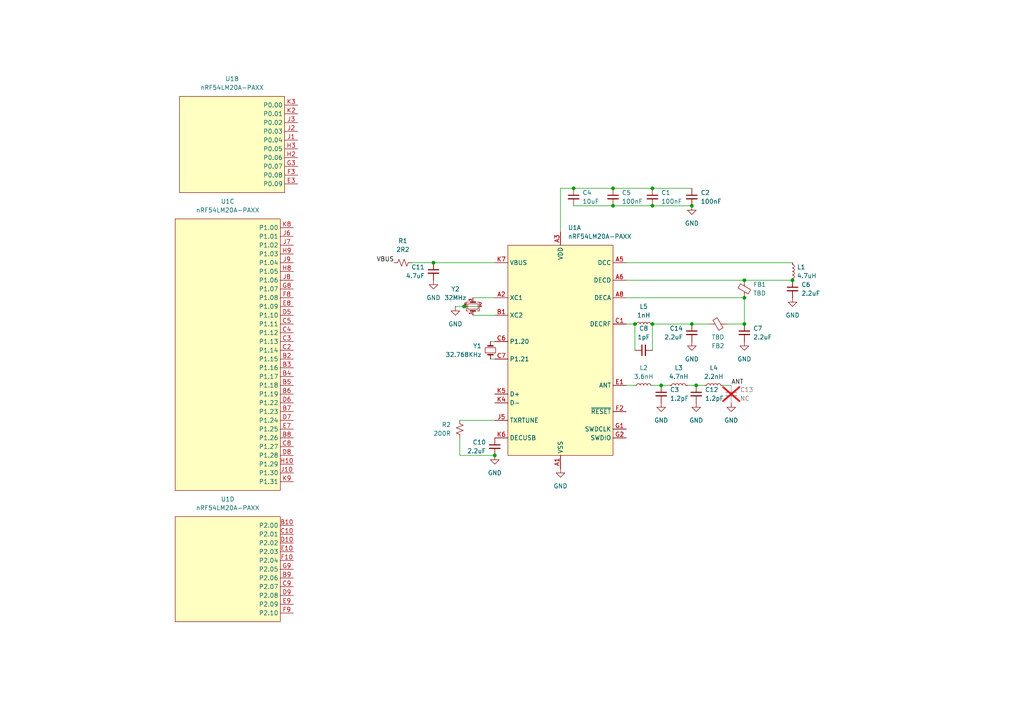
<source format=kicad_sch>
(kicad_sch (version 20250114) (generator "eeschema") (generator_version "9.0")
  (paper "A4")
  (lib_symbols
    (symbol "Device:C_Small" (pin_numbers (hide yes)) (pin_names (offset 0.254) (hide yes))
      (property "Reference" "C" (at 0.254 1.778 0))
      (property "Value" "C_Small" (at 0.254 -2.032 0))
      (symbol "C_Small_0_1"
        (polyline (pts (xy -1.524 0.508) (xy 1.524 0.508)) (stroke (width 0.3048)))
        (polyline (pts (xy -1.524 -0.508) (xy 1.524 -0.508)) (stroke (width 0.3302)))
      )
      (symbol "C_Small_1_1"
        (pin passive line (at 0 2.54 270) (length 2.032) (name "~") (number "1"))
        (pin passive line (at 0 -2.54 90) (length 2.032) (name "~") (number "2"))
      )
    )
    (symbol "Device:Crystal_GND24_Small" (pin_names (offset 1.016) (hide yes))
      (property "Reference" "Y" (at 1.27 4.445 0))
      (property "Value" "Crystal_GND24_Small" (at 1.27 2.54 0))
      (symbol "Crystal_GND24_Small_0_1"
        (polyline (pts (xy -1.27 1.27) (xy -1.27 1.905) (xy 1.27 1.905) (xy 1.27 1.27)))
        (polyline (pts (xy -1.27 -0.762) (xy -1.27 0.762)) (stroke (width 0.381)))
        (polyline (pts (xy -1.27 -1.27) (xy -1.27 -1.905) (xy 1.27 -1.905) (xy 1.27 -1.27)))
        (rectangle (start -0.762 -1.524) (end 0.762 1.524))
        (polyline (pts (xy 1.27 -0.762) (xy 1.27 0.762)) (stroke (width 0.381)))
      )
      (symbol "Crystal_GND24_Small_1_1"
        (pin passive line (at -2.54 0 0) (length 1.27) (name "1") (number "1"))
        (pin passive line (at 0 2.54 270) (length 0.635) (name "4") (number "4"))
        (pin passive line (at 0 -2.54 90) (length 0.635) (name "2") (number "2"))
        (pin passive line (at 2.54 0 180) (length 1.27) (name "3") (number "3"))
      )
    )
    (symbol "Device:Crystal_Small" (pin_numbers (hide yes)) (pin_names (offset 1.016) (hide yes))
      (property "Reference" "Y" (at 0 2.54 0))
      (property "Value" "Crystal_Small" (at 0 -2.54 0))
      (symbol "Crystal_Small_0_1"
        (polyline (pts (xy -1.27 -0.762) (xy -1.27 0.762)) (stroke (width 0.381)))
        (rectangle (start -0.762 -1.524) (end 0.762 1.524))
        (polyline (pts (xy 1.27 -0.762) (xy 1.27 0.762)) (stroke (width 0.381)))
      )
      (symbol "Crystal_Small_1_1"
        (pin passive line (at -2.54 0 0) (length 1.27) (name "1") (number "1"))
        (pin passive line (at 2.54 0 180) (length 1.27) (name "2") (number "2"))
      )
    )
    (symbol "Device:FerriteBead_Small" (pin_numbers (hide yes)) (pin_names (offset 0))
      (property "Reference" "FB" (at 1.905 1.27 0))
      (property "Value" "FerriteBead_Small" (at 1.905 -1.27 0))
      (symbol "FerriteBead_Small_0_1"
        (polyline (pts (xy -1.8288 0.2794) (xy -1.1176 1.4986) (xy 1.8288 -0.2032) (xy 1.1176 -1.4224) (xy -1.8288 0.2794)))
        (polyline (pts (xy 0 0.889) (xy 0 1.2954)))
        (polyline (pts (xy 0 -1.27) (xy 0 -0.7874)))
      )
      (symbol "FerriteBead_Small_1_1"
        (pin passive line (at 0 2.54 270) (length 1.27) (name "~") (number "1"))
        (pin passive line (at 0 -2.54 90) (length 1.27) (name "~") (number "2"))
      )
    )
    (symbol "Device:L_Small" (pin_numbers (hide yes)) (pin_names (offset 0.254) (hide yes))
      (property "Reference" "L" (at 0.762 1.016 0))
      (property "Value" "L_Small" (at 0.762 -1.016 0))
      (symbol "L_Small_0_1"
        (arc (start 0 2.032) (mid 0.5058 1.524) (end 0 1.016))
        (arc (start 0 1.016) (mid 0.5058 0.508) (end 0 0))
        (arc (start 0 0) (mid 0.5058 -0.508) (end 0 -1.016))
        (arc (start 0 -1.016) (mid 0.5058 -1.524) (end 0 -2.032))
      )
      (symbol "L_Small_1_1"
        (pin passive line (at 0 2.54 270) (length 0.508) (name "~") (number "1"))
        (pin passive line (at 0 -2.54 90) (length 0.508) (name "~") (number "2"))
      )
    )
    (symbol "Device:R_Small_US" (pin_numbers (hide yes)) (pin_names (offset 0.254) (hide yes))
      (property "Reference" "R" (at 0.762 0.508 0))
      (property "Value" "R_Small_US" (at 0.762 -1.016 0))
      (symbol "R_Small_US_1_1"
        (polyline (pts (xy 0 1.524) (xy 1.016 1.143) (xy 0 0.762) (xy -1.016 0.381) (xy 0 0)))
        (polyline (pts (xy 0 0) (xy 1.016 -0.381) (xy 0 -0.762) (xy -1.016 -1.143) (xy 0 -1.524)))
        (pin passive line (at 0 2.54 270) (length 1.016) (name "~") (number "1"))
        (pin passive line (at 0 -2.54 90) (length 1.016) (name "~") (number "2"))
      )
    )
    (symbol "nRF54LM20A-PAXX_1"
      (property "Reference" "U" (at 0 1.27 0))
      (property "Value" "nRF54LM20A-PAXX" (at 0 -1.27 0))
      (symbol "nRF54LM20A-PAXX_1_1_0"
        (pin power_in line (at -19.05 25.4 0) (length 3.81) (name "VBUS") (number "K7"))
        (pin input line (at -19.05 15.24 0) (length 3.81) (name "XC1") (number "A2"))
        (pin output line (at -19.05 10.16 0) (length 3.81) (name "XC2") (number "B1"))
        (pin bidirectional line (at -19.05 2.54 0) (length 3.81) (name "P1.20") (number "C6"))
        (pin bidirectional line (at -19.05 -2.54 0) (length 3.81) (name "P1.21") (number "C7"))
        (pin bidirectional line (at -19.05 -12.7 0) (length 3.81) (name "D+") (number "K5"))
        (pin bidirectional line (at -19.05 -15.24 0) (length 3.81) (name "D-") (number "K4"))
        (pin bidirectional line (at -19.05 -20.32 0) (length 3.81) (name "TXRTUNE") (number "J5"))
        (pin passive line (at -19.05 -25.4 0) (length 3.81) (name "DECUSB") (number "K6"))
        (pin power_in line (at 0 34.29 270) (length 3.81) (name "VDD") (number "A3"))
        (pin passive line (at 0 34.29 270) (length 3.81) (hide yes) (name "VDD") (number "A4"))
        (pin passive line (at 0 34.29 270) (length 3.81) (hide yes) (name "VDD") (number "A9"))
        (pin passive line (at 0 34.29 270) (length 3.81) (hide yes) (name "VDD") (number "G10"))
        (pin passive line (at 0 34.29 270) (length 3.81) (hide yes) (name "VDD") (number "H1"))
        (pin power_in line (at 0 -34.29 90) (length 3.81) (name "VSS") (number "A1"))
        (pin passive line (at 0 -34.29 90) (length 3.81) (hide yes) (name "VSS") (number "A10"))
        (pin passive line (at 0 -34.29 90) (length 3.81) (hide yes) (name "VSS") (number "A7"))
        (pin passive line (at 0 -34.29 90) (length 3.81) (hide yes) (name "VSS") (number "D1"))
        (pin passive line (at 0 -34.29 90) (length 3.81) (hide yes) (name "VSS") (number "D2"))
        (pin passive line (at 0 -34.29 90) (length 3.81) (hide yes) (name "VSS") (number "E5"))
        (pin passive line (at 0 -34.29 90) (length 3.81) (hide yes) (name "VSS") (number "E6"))
        (pin passive line (at 0 -34.29 90) (length 3.81) (hide yes) (name "VSS") (number "F1"))
        (pin passive line (at 0 -34.29 90) (length 3.81) (hide yes) (name "VSS") (number "F5"))
        (pin passive line (at 0 -34.29 90) (length 3.81) (hide yes) (name "VSS") (number "F6"))
        (pin passive line (at 0 -34.29 90) (length 3.81) (hide yes) (name "VSS") (number "K1"))
        (pin passive line (at 0 -34.29 90) (length 3.81) (hide yes) (name "VSS") (number "K10"))
        (pin passive line (at 19.05 25.4 180) (length 3.81) (name "DCC") (number "A5"))
        (pin passive line (at 19.05 20.32 180) (length 3.81) (name "DECD") (number "A6"))
        (pin passive line (at 19.05 15.24 180) (length 3.81) (name "DECA") (number "A8"))
        (pin passive line (at 19.05 7.62 180) (length 3.81) (name "DECRF") (number "C1"))
        (pin passive line (at 19.05 -10.16 180) (length 3.81) (name "ANT") (number "E1"))
        (pin input line (at 19.05 -17.78 180) (length 3.81) (name "~{RESET}") (number "F2"))
        (pin input line (at 19.05 -22.86 180) (length 3.81) (name "SWDCLK") (number "G1"))
        (pin bidirectional line (at 19.05 -25.4 180) (length 3.81) (name "SWDIO") (number "G2"))
      )
      (symbol "nRF54LM20A-PAXX_1_1_1"
        (rectangle (start -15.24 30.48) (end 15.24 -30.48) (fill (type background)))
      )
      (symbol "nRF54LM20A-PAXX_1_2_0"
        (pin bidirectional line (at 19.05 11.43 180) (length 3.81) (name "P0.00") (number "K3"))
        (pin bidirectional line (at 19.05 8.89 180) (length 3.81) (name "P0.01") (number "K2"))
        (pin bidirectional line (at 19.05 6.35 180) (length 3.81) (name "P0.02") (number "J3"))
        (pin bidirectional line (at 19.05 3.81 180) (length 3.81) (name "P0.03") (number "J2"))
        (pin bidirectional line (at 19.05 1.27 180) (length 3.81) (name "P0.04") (number "J1"))
        (pin bidirectional line (at 19.05 -1.27 180) (length 3.81) (name "P0.05") (number "H3"))
        (pin bidirectional line (at 19.05 -3.81 180) (length 3.81) (name "P0.06") (number "H2"))
        (pin bidirectional line (at 19.05 -6.35 180) (length 3.81) (name "P0.07") (number "G3"))
        (pin bidirectional line (at 19.05 -8.89 180) (length 3.81) (name "P0.08") (number "F3"))
        (pin bidirectional line (at 19.05 -11.43 180) (length 3.81) (name "P0.09") (number "E3"))
      )
      (symbol "nRF54LM20A-PAXX_1_2_1"
        (rectangle (start -15.24 13.97) (end 15.24 -13.97) (fill (type background)))
      )
      (symbol "nRF54LM20A-PAXX_1_3_0"
        (pin bidirectional line (at 19.05 36.83 180) (length 3.81) (name "P1.00") (number "K8"))
        (pin bidirectional line (at 19.05 34.29 180) (length 3.81) (name "P1.01") (number "J6"))
        (pin bidirectional line (at 19.05 31.75 180) (length 3.81) (name "P1.02") (number "J7"))
        (pin bidirectional line (at 19.05 29.21 180) (length 3.81) (name "P1.03") (number "H9"))
        (pin bidirectional line (at 19.05 26.67 180) (length 3.81) (name "P1.04") (number "J9"))
        (pin bidirectional line (at 19.05 24.13 180) (length 3.81) (name "P1.05") (number "H8"))
        (pin bidirectional line (at 19.05 21.59 180) (length 3.81) (name "P1.06") (number "J8"))
        (pin bidirectional line (at 19.05 19.05 180) (length 3.81) (name "P1.07") (number "G8"))
        (pin bidirectional line (at 19.05 16.51 180) (length 3.81) (name "P1.08") (number "F8"))
        (pin bidirectional line (at 19.05 13.97 180) (length 3.81) (name "P1.09") (number "E8"))
        (pin bidirectional line (at 19.05 11.43 180) (length 3.81) (name "P1.10") (number "D5"))
        (pin bidirectional line (at 19.05 8.89 180) (length 3.81) (name "P1.11") (number "C5"))
        (pin bidirectional line (at 19.05 6.35 180) (length 3.81) (name "P1.12") (number "C4"))
        (pin bidirectional line (at 19.05 3.81 180) (length 3.81) (name "P1.13") (number "C3"))
        (pin bidirectional line (at 19.05 1.27 180) (length 3.81) (name "P1.14") (number "C2"))
        (pin bidirectional line (at 19.05 -1.27 180) (length 3.81) (name "P1.15") (number "B2"))
        (pin bidirectional line (at 19.05 -3.81 180) (length 3.81) (name "P1.16") (number "B3"))
        (pin bidirectional line (at 19.05 -6.35 180) (length 3.81) (name "P1.17") (number "B4"))
        (pin bidirectional line (at 19.05 -8.89 180) (length 3.81) (name "P1.18") (number "B5"))
        (pin bidirectional line (at 19.05 -11.43 180) (length 3.81) (name "P1.19") (number "B6"))
        (pin bidirectional line (at 19.05 -13.97 180) (length 3.81) (name "P1.22") (number "D6"))
        (pin bidirectional line (at 19.05 -16.51 180) (length 3.81) (name "P1.23") (number "B7"))
        (pin bidirectional line (at 19.05 -19.05 180) (length 3.81) (name "P1.24") (number "D7"))
        (pin bidirectional line (at 19.05 -21.59 180) (length 3.81) (name "P1.25") (number "E7"))
        (pin bidirectional line (at 19.05 -24.13 180) (length 3.81) (name "P1.26") (number "B8"))
        (pin bidirectional line (at 19.05 -26.67 180) (length 3.81) (name "P1.27") (number "C8"))
        (pin bidirectional line (at 19.05 -29.21 180) (length 3.81) (name "P1.28") (number "D8"))
        (pin bidirectional line (at 19.05 -31.75 180) (length 3.81) (name "P1.29") (number "H10"))
        (pin bidirectional line (at 19.05 -34.29 180) (length 3.81) (name "P1.30") (number "J10"))
        (pin bidirectional line (at 19.05 -36.83 180) (length 3.81) (name "P1.31") (number "K9"))
      )
      (symbol "nRF54LM20A-PAXX_1_3_1"
        (rectangle (start -15.24 39.37) (end 15.24 -39.37) (fill (type background)))
      )
      (symbol "nRF54LM20A-PAXX_1_4_0"
        (pin bidirectional line (at 19.05 12.7 180) (length 3.81) (name "P2.00") (number "B10"))
        (pin bidirectional line (at 19.05 10.16 180) (length 3.81) (name "P2.01") (number "C10"))
        (pin bidirectional line (at 19.05 7.62 180) (length 3.81) (name "P2.02") (number "D10"))
        (pin bidirectional line (at 19.05 5.08 180) (length 3.81) (name "P2.03") (number "E10"))
        (pin bidirectional line (at 19.05 2.54 180) (length 3.81) (name "P2.04") (number "F10"))
        (pin bidirectional line (at 19.05 0 180) (length 3.81) (name "P2.05") (number "G9"))
        (pin bidirectional line (at 19.05 -2.54 180) (length 3.81) (name "P2.06") (number "B9"))
        (pin bidirectional line (at 19.05 -5.08 180) (length 3.81) (name "P2.07") (number "C9"))
        (pin bidirectional line (at 19.05 -7.62 180) (length 3.81) (name "P2.08") (number "D9"))
        (pin bidirectional line (at 19.05 -10.16 180) (length 3.81) (name "P2.09") (number "E9"))
        (pin bidirectional line (at 19.05 -12.7 180) (length 3.81) (name "P2.10") (number "F9"))
      )
      (symbol "nRF54LM20A-PAXX_1_4_1"
        (rectangle (start -15.24 15.24) (end 15.24 -15.24) (fill (type background)))
      )
      (symbol "nRF54LM20A-PAXX_1_5_0"
        (pin bidirectional line (at 19.05 15.24 180) (length 3.81) (name "P3.00") (number "H7"))
        (pin bidirectional line (at 19.05 12.7 180) (length 3.81) (name "P3.01") (number "H6"))
        (pin bidirectional line (at 19.05 10.16 180) (length 3.81) (name "P3.02") (number "H5"))
        (pin bidirectional line (at 19.05 7.62 180) (length 3.81) (name "P3.03") (number "H4"))
        (pin bidirectional line (at 19.05 5.08 180) (length 3.81) (name "P3.04") (number "J4"))
        (pin bidirectional line (at 19.05 2.54 180) (length 3.81) (name "P3.05") (number "G7"))
        (pin bidirectional line (at 19.05 0 180) (length 3.81) (name "P3.06") (number "G6"))
        (pin bidirectional line (at 19.05 -2.54 180) (length 3.81) (name "P3.07") (number "G5"))
        (pin bidirectional line (at 19.05 -5.08 180) (length 3.81) (name "P3.08") (number "G4"))
        (pin bidirectional line (at 19.05 -7.62 180) (length 3.81) (name "P3.09") (number "F7"))
        (pin bidirectional line (at 19.05 -10.16 180) (length 3.81) (name "P3.10") (number "F4"))
        (pin bidirectional line (at 19.05 -12.7 180) (length 3.81) (name "P3.11") (number "E4"))
        (pin bidirectional line (at 19.05 -15.24 180) (length 3.81) (name "P3.12") (number "D4"))
      )
      (symbol "nRF54LM20A-PAXX_1_5_1"
        (rectangle (start -15.24 17.78) (end 15.24 -17.78) (fill (type background)))
      )
    )
    (symbol "nordic-lib-kicad-nrf54l:nRF54LM20A-PAXX"
      (property "Reference" "U" (at 0 1.27 0))
      (property "Value" "nRF54LM20A-PAXX" (at 0 -1.27 0))
      (symbol "nRF54LM20A-PAXX_1_0"
        (pin power_in line (at -19.05 25.4 0) (length 3.81) (name "VBUS") (number "K7"))
        (pin input line (at -19.05 15.24 0) (length 3.81) (name "XC1") (number "A2"))
        (pin output line (at -19.05 10.16 0) (length 3.81) (name "XC2") (number "B1"))
        (pin bidirectional line (at -19.05 2.54 0) (length 3.81) (name "P1.20") (number "C6"))
        (pin bidirectional line (at -19.05 -2.54 0) (length 3.81) (name "P1.21") (number "C7"))
        (pin bidirectional line (at -19.05 -12.7 0) (length 3.81) (name "D+") (number "K5"))
        (pin bidirectional line (at -19.05 -15.24 0) (length 3.81) (name "D-") (number "K4"))
        (pin bidirectional line (at -19.05 -20.32 0) (length 3.81) (name "TXRTUNE") (number "J5"))
        (pin passive line (at -19.05 -25.4 0) (length 3.81) (name "DECUSB") (number "K6"))
        (pin power_in line (at 0 34.29 270) (length 3.81) (name "VDD") (number "A3"))
        (pin passive line (at 0 34.29 270) (length 3.81) (hide yes) (name "VDD") (number "A4"))
        (pin passive line (at 0 34.29 270) (length 3.81) (hide yes) (name "VDD") (number "A9"))
        (pin passive line (at 0 34.29 270) (length 3.81) (hide yes) (name "VDD") (number "G10"))
        (pin passive line (at 0 34.29 270) (length 3.81) (hide yes) (name "VDD") (number "H1"))
        (pin power_in line (at 0 -34.29 90) (length 3.81) (name "VSS") (number "A1"))
        (pin passive line (at 0 -34.29 90) (length 3.81) (hide yes) (name "VSS") (number "A10"))
        (pin passive line (at 0 -34.29 90) (length 3.81) (hide yes) (name "VSS") (number "A7"))
        (pin passive line (at 0 -34.29 90) (length 3.81) (hide yes) (name "VSS") (number "D1"))
        (pin passive line (at 0 -34.29 90) (length 3.81) (hide yes) (name "VSS") (number "D2"))
        (pin passive line (at 0 -34.29 90) (length 3.81) (hide yes) (name "VSS") (number "E5"))
        (pin passive line (at 0 -34.29 90) (length 3.81) (hide yes) (name "VSS") (number "E6"))
        (pin passive line (at 0 -34.29 90) (length 3.81) (hide yes) (name "VSS") (number "F1"))
        (pin passive line (at 0 -34.29 90) (length 3.81) (hide yes) (name "VSS") (number "F5"))
        (pin passive line (at 0 -34.29 90) (length 3.81) (hide yes) (name "VSS") (number "F6"))
        (pin passive line (at 0 -34.29 90) (length 3.81) (hide yes) (name "VSS") (number "K1"))
        (pin passive line (at 0 -34.29 90) (length 3.81) (hide yes) (name "VSS") (number "K10"))
        (pin passive line (at 19.05 25.4 180) (length 3.81) (name "DCC") (number "A5"))
        (pin passive line (at 19.05 20.32 180) (length 3.81) (name "DECD") (number "A6"))
        (pin passive line (at 19.05 15.24 180) (length 3.81) (name "DECA") (number "A8"))
        (pin passive line (at 19.05 12.7 180) (length 3.81) (name "DECRF") (number "C1"))
        (pin passive line (at 19.05 0 180) (length 3.81) (name "ANT") (number "E1"))
        (pin input line (at 19.05 -17.78 180) (length 3.81) (name "~{RESET}") (number "F2"))
        (pin input line (at 19.05 -22.86 180) (length 3.81) (name "SWDCLK") (number "G1"))
        (pin bidirectional line (at 19.05 -25.4 180) (length 3.81) (name "SWDIO") (number "G2"))
      )
      (symbol "nRF54LM20A-PAXX_1_1"
        (rectangle (start -15.24 30.48) (end 15.24 -30.48) (fill (type background)))
      )
      (symbol "nRF54LM20A-PAXX_2_0"
        (pin bidirectional line (at 19.05 11.43 180) (length 3.81) (name "P0.00") (number "K3"))
        (pin bidirectional line (at 19.05 8.89 180) (length 3.81) (name "P0.01") (number "K2"))
        (pin bidirectional line (at 19.05 6.35 180) (length 3.81) (name "P0.02") (number "J3"))
        (pin bidirectional line (at 19.05 3.81 180) (length 3.81) (name "P0.03") (number "J2"))
        (pin bidirectional line (at 19.05 1.27 180) (length 3.81) (name "P0.04") (number "J1"))
        (pin bidirectional line (at 19.05 -1.27 180) (length 3.81) (name "P0.05") (number "H3"))
        (pin bidirectional line (at 19.05 -3.81 180) (length 3.81) (name "P0.06") (number "H2"))
        (pin bidirectional line (at 19.05 -6.35 180) (length 3.81) (name "P0.07") (number "G3"))
        (pin bidirectional line (at 19.05 -8.89 180) (length 3.81) (name "P0.08") (number "F3"))
        (pin bidirectional line (at 19.05 -11.43 180) (length 3.81) (name "P0.09") (number "E3"))
      )
      (symbol "nRF54LM20A-PAXX_2_1"
        (rectangle (start -15.24 13.97) (end 15.24 -13.97) (fill (type background)))
      )
      (symbol "nRF54LM20A-PAXX_3_0"
        (pin bidirectional line (at 19.05 36.83 180) (length 3.81) (name "P1.00") (number "K8"))
        (pin bidirectional line (at 19.05 34.29 180) (length 3.81) (name "P1.01") (number "J6"))
        (pin bidirectional line (at 19.05 31.75 180) (length 3.81) (name "P1.02") (number "J7"))
        (pin bidirectional line (at 19.05 29.21 180) (length 3.81) (name "P1.03") (number "H9"))
        (pin bidirectional line (at 19.05 26.67 180) (length 3.81) (name "P1.04") (number "J9"))
        (pin bidirectional line (at 19.05 24.13 180) (length 3.81) (name "P1.05") (number "H8"))
        (pin bidirectional line (at 19.05 21.59 180) (length 3.81) (name "P1.06") (number "J8"))
        (pin bidirectional line (at 19.05 19.05 180) (length 3.81) (name "P1.07") (number "G8"))
        (pin bidirectional line (at 19.05 16.51 180) (length 3.81) (name "P1.08") (number "F8"))
        (pin bidirectional line (at 19.05 13.97 180) (length 3.81) (name "P1.09") (number "E8"))
        (pin bidirectional line (at 19.05 11.43 180) (length 3.81) (name "P1.10") (number "D5"))
        (pin bidirectional line (at 19.05 8.89 180) (length 3.81) (name "P1.11") (number "C5"))
        (pin bidirectional line (at 19.05 6.35 180) (length 3.81) (name "P1.12") (number "C4"))
        (pin bidirectional line (at 19.05 3.81 180) (length 3.81) (name "P1.13") (number "C3"))
        (pin bidirectional line (at 19.05 1.27 180) (length 3.81) (name "P1.14") (number "C2"))
        (pin bidirectional line (at 19.05 -1.27 180) (length 3.81) (name "P1.15") (number "B2"))
        (pin bidirectional line (at 19.05 -3.81 180) (length 3.81) (name "P1.16") (number "B3"))
        (pin bidirectional line (at 19.05 -6.35 180) (length 3.81) (name "P1.17") (number "B4"))
        (pin bidirectional line (at 19.05 -8.89 180) (length 3.81) (name "P1.18") (number "B5"))
        (pin bidirectional line (at 19.05 -11.43 180) (length 3.81) (name "P1.19") (number "B6"))
        (pin bidirectional line (at 19.05 -13.97 180) (length 3.81) (name "P1.22") (number "D6"))
        (pin bidirectional line (at 19.05 -16.51 180) (length 3.81) (name "P1.23") (number "B7"))
        (pin bidirectional line (at 19.05 -19.05 180) (length 3.81) (name "P1.24") (number "D7"))
        (pin bidirectional line (at 19.05 -21.59 180) (length 3.81) (name "P1.25") (number "E7"))
        (pin bidirectional line (at 19.05 -24.13 180) (length 3.81) (name "P1.26") (number "B8"))
        (pin bidirectional line (at 19.05 -26.67 180) (length 3.81) (name "P1.27") (number "C8"))
        (pin bidirectional line (at 19.05 -29.21 180) (length 3.81) (name "P1.28") (number "D8"))
        (pin bidirectional line (at 19.05 -31.75 180) (length 3.81) (name "P1.29") (number "H10"))
        (pin bidirectional line (at 19.05 -34.29 180) (length 3.81) (name "P1.30") (number "J10"))
        (pin bidirectional line (at 19.05 -36.83 180) (length 3.81) (name "P1.31") (number "K9"))
      )
      (symbol "nRF54LM20A-PAXX_3_1"
        (rectangle (start -15.24 39.37) (end 15.24 -39.37) (fill (type background)))
      )
      (symbol "nRF54LM20A-PAXX_4_0"
        (pin bidirectional line (at 19.05 12.7 180) (length 3.81) (name "P2.00") (number "B10"))
        (pin bidirectional line (at 19.05 10.16 180) (length 3.81) (name "P2.01") (number "C10"))
        (pin bidirectional line (at 19.05 7.62 180) (length 3.81) (name "P2.02") (number "D10"))
        (pin bidirectional line (at 19.05 5.08 180) (length 3.81) (name "P2.03") (number "E10"))
        (pin bidirectional line (at 19.05 2.54 180) (length 3.81) (name "P2.04") (number "F10"))
        (pin bidirectional line (at 19.05 0 180) (length 3.81) (name "P2.05") (number "G9"))
        (pin bidirectional line (at 19.05 -2.54 180) (length 3.81) (name "P2.06") (number "B9"))
        (pin bidirectional line (at 19.05 -5.08 180) (length 3.81) (name "P2.07") (number "C9"))
        (pin bidirectional line (at 19.05 -7.62 180) (length 3.81) (name "P2.08") (number "D9"))
        (pin bidirectional line (at 19.05 -10.16 180) (length 3.81) (name "P2.09") (number "E9"))
        (pin bidirectional line (at 19.05 -12.7 180) (length 3.81) (name "P2.10") (number "F9"))
      )
      (symbol "nRF54LM20A-PAXX_4_1"
        (rectangle (start -15.24 15.24) (end 15.24 -15.24) (fill (type background)))
      )
      (symbol "nRF54LM20A-PAXX_5_0"
        (pin bidirectional line (at 19.05 15.24 180) (length 3.81) (name "P3.00") (number "H7"))
        (pin bidirectional line (at 19.05 12.7 180) (length 3.81) (name "P3.01") (number "H6"))
        (pin bidirectional line (at 19.05 10.16 180) (length 3.81) (name "P3.02") (number "H5"))
        (pin bidirectional line (at 19.05 7.62 180) (length 3.81) (name "P3.03") (number "H4"))
        (pin bidirectional line (at 19.05 5.08 180) (length 3.81) (name "P3.04") (number "J4"))
        (pin bidirectional line (at 19.05 2.54 180) (length 3.81) (name "P3.05") (number "G7"))
        (pin bidirectional line (at 19.05 0 180) (length 3.81) (name "P3.06") (number "G6"))
        (pin bidirectional line (at 19.05 -2.54 180) (length 3.81) (name "P3.07") (number "G5"))
        (pin bidirectional line (at 19.05 -5.08 180) (length 3.81) (name "P3.08") (number "G4"))
        (pin bidirectional line (at 19.05 -7.62 180) (length 3.81) (name "P3.09") (number "F7"))
        (pin bidirectional line (at 19.05 -10.16 180) (length 3.81) (name "P3.10") (number "F4"))
        (pin bidirectional line (at 19.05 -12.7 180) (length 3.81) (name "P3.11") (number "E4"))
        (pin bidirectional line (at 19.05 -15.24 180) (length 3.81) (name "P3.12") (number "D4"))
      )
      (symbol "nRF54LM20A-PAXX_5_1"
        (rectangle (start -15.24 17.78) (end 15.24 -17.78) (fill (type background)))
      )
    )
    (symbol "power:GND" (power) (pin_numbers (hide yes)) (pin_names (offset 0) (hide yes))
      (property "Value" "GND" (at 0 -3.81 0))
      (symbol "GND_0_1"
        (polyline (pts (xy 0 0) (xy 0 -1.27) (xy 1.27 -1.27) (xy 0 -2.54) (xy -1.27 -1.27) (xy 0 -1.27)))
      )
      (symbol "GND_1_1"
        (pin power_in line (at 0 0 270) (length 0) (name "~") (number "1"))
      )
    )
  )
  (junction (at 189.23 54.61))
  (junction (at 143.51 132.08))
  (junction (at 177.8 54.61))
  (junction (at 200.66 59.69))
  (junction (at 215.9 81.28))
  (junction (at 201.93 111.76))
  (junction (at 200.66 93.98))
  (junction (at 166.37 54.61))
  (junction (at 215.9 93.98))
  (junction (at 215.9 86.36))
  (junction (at 134.62 88.9))
  (junction (at 177.8 59.69))
  (junction (at 189.23 93.98))
  (junction (at 189.23 59.69))
  (junction (at 125.73 76.2))
  (junction (at 229.87 81.28))
  (junction (at 191.77 111.76))
  (junction (at 184.15 93.98))
  (wire (pts (xy 142.24 99.06) (xy 143.51 99.06)))
  (wire (pts (xy 191.77 111.76) (xy 189.23 111.76)))
  (wire (pts (xy 125.73 76.2) (xy 143.51 76.2)))
  (wire (pts (xy 134.62 88.9) (xy 139.7 88.9)))
  (wire (pts (xy 181.61 86.36) (xy 215.9 86.36)))
  (wire (pts (xy 137.16 91.44) (xy 143.51 91.44)))
  (wire (pts (xy 189.23 93.98) (xy 200.66 93.98)))
  (wire (pts (xy 133.35 132.08) (xy 143.51 132.08)))
  (wire (pts (xy 215.9 81.28) (xy 229.87 81.28)))
  (wire (pts (xy 162.56 54.61) (xy 166.37 54.61)))
  (wire (pts (xy 194.31 111.76) (xy 191.77 111.76)))
  (wire (pts (xy 215.9 86.36) (xy 215.9 93.98)))
  (wire (pts (xy 177.8 54.61) (xy 189.23 54.61)))
  (wire (pts (xy 204.47 111.76) (xy 201.93 111.76)))
  (wire (pts (xy 177.8 59.69) (xy 189.23 59.69)))
  (wire (pts (xy 181.61 76.2) (xy 229.87 76.2)))
  (wire (pts (xy 189.23 59.69) (xy 200.66 59.69)))
  (wire (pts (xy 184.15 93.98) (xy 184.15 101.6)))
  (wire (pts (xy 133.35 127) (xy 133.35 132.08)))
  (wire (pts (xy 189.23 54.61) (xy 200.66 54.61)))
  (wire (pts (xy 142.24 104.14) (xy 143.51 104.14)))
  (wire (pts (xy 184.15 111.76) (xy 181.61 111.76)))
  (wire (pts (xy 166.37 59.69) (xy 177.8 59.69)))
  (wire (pts (xy 212.09 111.76) (xy 209.55 111.76)))
  (wire (pts (xy 137.16 86.36) (xy 143.51 86.36)))
  (wire (pts (xy 210.82 93.98) (xy 215.9 93.98)))
  (wire (pts (xy 181.61 81.28) (xy 215.9 81.28)))
  (wire (pts (xy 189.23 93.98) (xy 189.23 101.6)))
  (wire (pts (xy 132.08 88.9) (xy 134.62 88.9)))
  (wire (pts (xy 181.61 93.98) (xy 184.15 93.98)))
  (wire (pts (xy 162.56 67.31) (xy 162.56 54.61)))
  (wire (pts (xy 205.74 93.98) (xy 200.66 93.98)))
  (wire (pts (xy 201.93 111.76) (xy 199.39 111.76)))
  (wire (pts (xy 119.38 76.2) (xy 125.73 76.2)))
  (wire (pts (xy 133.35 121.92) (xy 143.51 121.92)))
  (wire (pts (xy 166.37 54.61) (xy 177.8 54.61)))
  (label "ANT" (at 212.09 111.76 0))
  (label "VBUS" (at 114.3 76.2 180))
  (symbol (lib_id "Device:Crystal_Small") (at 142.24 101.6 90) (unit 1)
    (property "Reference" "Y1" (at 139.7 100.3299 90) (effects (justify left)))
    (property "Value" "32.768KHz" (at 139.7 102.8699 90) (effects (justify left)))
    (property "Footprint" "Crystal:Crystal_SMD_2012-2Pin_2.0x1.2mm" (effects (hide yes)))
    (property "Description" "Two pin crystal, small symbol" (effects (hide yes)))
    (property "LCSC" "C99009" (effects (hide yes)))
  )
  (symbol (lib_id "power:GND") (at 191.77 116.84 0) (unit 1)
    (property "Reference" "#PWR09" (effects (hide yes)))
    (property "Value" "GND" (at 191.77 121.92 0))
    (property "Description" "Power symbol creates a global label with name \"GND\" , ground" (effects (hide yes)))
  )
  (symbol (lib_id "power:GND") (at 132.08 88.9 0) (unit 1)
    (property "Reference" "#PWR07" (effects (hide yes)))
    (property "Value" "GND" (at 132.08 93.98 0))
    (property "Description" "Power symbol creates a global label with name \"GND\" , ground" (effects (hide yes)))
  )
  (symbol (lib_id "Device:C_Small") (at 201.93 114.3 0) (unit 1)
    (property "Reference" "C12" (at 204.47 113.0362 0) (effects (justify left)))
    (property "Value" "1.2pF" (at 204.47 115.5762 0) (effects (justify left)))
    (property "Footprint" "Capacitor_SMD:C_0201_0603Metric" (effects (hide yes)))
    (property "Description" "Unpolarized capacitor, small symbol" (effects (hide yes)))
    (property "LCSC" "C85895" (effects (hide yes)))
  )
  (symbol (lib_id "power:GND") (at 201.93 116.84 0) (unit 1)
    (property "Reference" "#PWR08" (effects (hide yes)))
    (property "Value" "GND" (at 201.93 121.92 0))
    (property "Description" "Power symbol creates a global label with name \"GND\" , ground" (effects (hide yes)))
  )
  (symbol (lib_id "Device:L_Small") (at 186.69 111.76 90) (unit 1)
    (property "Reference" "L2" (at 186.69 106.68 90))
    (property "Value" "3.6nH" (at 186.69 109.22 90))
    (property "Footprint" "Inductor_SMD:L_0201_0603Metric" (effects (hide yes)))
    (property "Description" "Inductor, small symbol" (effects (hide yes)))
    (property "LCSC" "C89436" (effects (hide yes)))
  )
  (symbol (lib_id "power:GND") (at 215.9 99.06 0) (unit 1)
    (property "Reference" "#PWR03" (effects (hide yes)))
    (property "Value" "GND" (at 215.9 104.14 0))
    (property "Description" "Power symbol creates a global label with name \"GND\" , ground" (effects (hide yes)))
  )
  (symbol (lib_id "nordic-lib-kicad-nrf54l:nRF54LM20A-PAXX") (at 66.04 165.1 0) (unit 4)
    (property "Reference" "U1" (at 66.04 144.78 0))
    (property "Value" "nRF54LM20A-PAXX" (at 66.04 147.32 0))
    (property "Footprint" "nordic-lib-kicad-nrf54l:Nordic_FCCSP-98_3.67x3.85mm_Layout10x10_P0.35mm_Offcenter" (effects (hide yes)))
    (property "Datasheet" "https://docs-be.nordicsemi.com/bundle/ps_nrf54LM20A/page/pdf/nRF54LM20A_Preliminary_Datasheet_v0.7.pdf" (effects (hide yes)))
  )
  (symbol (lib_id "Device:C_Small") (at 212.09 114.3 0) (unit 1) (in_bom no) (dnp yes)
    (property "Reference" "C13" (at 214.63 113.0362 0) (effects (justify left)))
    (property "Value" "NC" (at 214.63 115.5762 0) (effects (justify left)))
    (property "Footprint" "Capacitor_SMD:C_0201_0603Metric" (effects (hide yes)))
    (property "Description" "Unpolarized capacitor, small symbol" (effects (hide yes)))
  )
  (symbol (lib_id "Device:R_Small_US") (at 116.84 76.2 90) (unit 1)
    (property "Reference" "R1" (at 116.84 69.85 90))
    (property "Value" "2R2" (at 116.84 72.39 90))
    (property "Footprint" "Resistor_SMD:R_0201_0603Metric" (effects (hide yes)))
    (property "Description" "Resistor, small US symbol" (effects (hide yes)))
    (property "LCSC" "C138154" (effects (hide yes)))
  )
  (symbol (lib_id "Device:FerriteBead_Small") (at 215.9 83.82 0) (unit 1)
    (property "Reference" "FB1" (at 218.44 82.5118 0) (effects (justify left)))
    (property "Value" "TBD" (at 218.44 85.0518 0) (effects (justify left)))
    (property "Footprint" "Inductor_SMD:L_0201_0603Metric" (effects (hide yes)))
    (property "Description" "Ferrite bead, small symbol" (effects (hide yes)))
  )
  (symbol (lib_id "power:GND") (at 200.66 59.69 0) (unit 1)
    (property "Reference" "#PWR011" (effects (hide yes)))
    (property "Value" "GND" (at 200.66 64.77 0))
    (property "Description" "Power symbol creates a global label with name \"GND\" , ground" (effects (hide yes)))
  )
  (symbol (lib_id "Device:C_Small") (at 229.87 83.82 0) (unit 1)
    (property "Reference" "C6" (at 232.41 82.5562 0) (effects (justify left)))
    (property "Value" "2.2uF" (at 232.41 85.0962 0) (effects (justify left)))
    (property "Footprint" "Capacitor_SMD:C_0201_0603Metric" (effects (hide yes)))
    (property "Description" "Unpolarized capacitor, small symbol" (effects (hide yes)))
    (property "LCSC" "C76933" (effects (hide yes)))
  )
  (symbol (lib_id "power:GND") (at 200.66 99.06 0) (unit 1)
    (property "Reference" "#PWR02" (effects (hide yes)))
    (property "Value" "GND" (at 200.66 104.14 0))
    (property "Description" "Power symbol creates a global label with name \"GND\" , ground" (effects (hide yes)))
  )
  (symbol (lib_id "power:GND") (at 125.73 81.28 0) (unit 1)
    (property "Reference" "#PWR06" (effects (hide yes)))
    (property "Value" "GND" (at 125.73 86.36 0))
    (property "Description" "Power symbol creates a global label with name \"GND\" , ground" (effects (hide yes)))
  )
  (symbol (lib_id "Device:R_Small_US") (at 133.35 124.46 0) (unit 1)
    (property "Reference" "R2" (at 130.81 123.1899 0) (effects (justify right)))
    (property "Value" "200R" (at 130.81 125.7299 0) (effects (justify right)))
    (property "Footprint" "Resistor_SMD:R_0201_0603Metric" (effects (hide yes)))
    (property "Description" "Resistor, small US symbol" (effects (hide yes)))
    (property "LCSC" "C270359" (effects (hide yes)))
  )
  (symbol (lib_id "Device:L_Small") (at 207.01 111.76 90) (unit 1)
    (property "Reference" "L4" (at 207.01 106.68 90))
    (property "Value" "2.2nH" (at 207.01 109.22 90))
    (property "Footprint" "Inductor_SMD:L_0201_0603Metric" (effects (hide yes)))
    (property "Description" "Inductor, small symbol" (effects (hide yes)))
    (property "LCSC" "C98041" (effects (hide yes)))
  )
  (symbol (lib_id "Device:FerriteBead_Small") (at 208.28 93.98 90) (mirror x) (unit 1)
    (property "Reference" "FB2" (at 208.2419 100.33 90))
    (property "Value" "TBD" (at 208.2419 97.79 90))
    (property "Footprint" "Inductor_SMD:L_0201_0603Metric" (effects (hide yes)))
    (property "Description" "Ferrite bead, small symbol" (effects (hide yes)))
  )
  (symbol (lib_id "nordic-lib-kicad-nrf54l:nRF54LM20A-PAXX") (at 67.31 41.91 0) (unit 2)
    (property "Reference" "U1" (at 67.31 22.86 0))
    (property "Value" "nRF54LM20A-PAXX" (at 67.31 25.4 0))
    (property "Footprint" "nordic-lib-kicad-nrf54l:Nordic_FCCSP-98_3.67x3.85mm_Layout10x10_P0.35mm_Offcenter" (effects (hide yes)))
    (property "Datasheet" "https://docs-be.nordicsemi.com/bundle/ps_nrf54LM20A/page/pdf/nRF54LM20A_Preliminary_Datasheet_v0.7.pdf" (effects (hide yes)))
  )
  (symbol (lib_id "Device:Crystal_GND24_Small") (at 137.16 88.9 90) (unit 1)
    (property "Reference" "Y2" (at 132.08 83.82 90))
    (property "Value" "32MHz" (at 132.08 86.36 90))
    (property "Footprint" "Crystal:Crystal_SMD_2016-4Pin_2.0x1.6mm" (effects (hide yes)))
    (property "Description" "Four pin crystal, GND on pins 2 and 4, small symbol" (effects (hide yes)))
    (property "LCSC" "C2965582" (effects (hide yes)))
  )
  (symbol (lib_id "Device:L_Small") (at 229.87 78.74 0) (unit 1)
    (property "Reference" "L1" (at 231.14 77.4699 0) (effects (justify left)))
    (property "Value" "4.7uH" (at 231.14 80.0099 0) (effects (justify left)))
    (property "Footprint" "Inductor_SMD:L_0603_1608Metric" (effects (hide yes)))
    (property "Description" "Inductor, small symbol" (effects (hide yes)))
    (property "LCSC" "C114862" (effects (hide yes)))
  )
  (symbol (lib_id "Device:C_Small") (at 143.51 129.54 0) (mirror y) (unit 1)
    (property "Reference" "C10" (at 140.97 128.2762 0) (effects (justify left)))
    (property "Value" "2.2uF" (at 140.97 130.8162 0) (effects (justify left)))
    (property "Footprint" "Capacitor_SMD:C_0201_0603Metric" (effects (hide yes)))
    (property "Description" "Unpolarized capacitor, small symbol" (effects (hide yes)))
    (property "LCSC" "C76933" (effects (hide yes)))
  )
  (symbol (lib_id "Device:L_Small") (at 186.69 93.98 90) (unit 1)
    (property "Reference" "L5" (at 186.69 88.9 90))
    (property "Value" "1nH" (at 186.69 91.44 90))
    (property "Footprint" "Inductor_SMD:L_0201_0603Metric" (effects (hide yes)))
    (property "Description" "Inductor, small symbol" (effects (hide yes)))
    (property "LCSC" "C2041448" (effects (hide yes)))
  )
  (symbol (lib_id "nordic-lib-kicad-nrf54l:nRF54LM20A-PAXX") (at 66.04 102.87 0) (unit 3)
    (property "Reference" "U1" (at 66.04 58.42 0))
    (property "Value" "nRF54LM20A-PAXX" (at 66.04 60.96 0))
    (property "Footprint" "nordic-lib-kicad-nrf54l:Nordic_FCCSP-98_3.67x3.85mm_Layout10x10_P0.35mm_Offcenter" (effects (hide yes)))
    (property "Datasheet" "https://docs-be.nordicsemi.com/bundle/ps_nrf54LM20A/page/pdf/nRF54LM20A_Preliminary_Datasheet_v0.7.pdf" (effects (hide yes)))
  )
  (symbol (lib_id "Device:C_Small") (at 200.66 96.52 0) (unit 1)
    (property "Reference" "C14" (at 198.12 95.2562 0) (effects (justify right)))
    (property "Value" "2.2uF" (at 198.12 97.7962 0) (effects (justify right)))
    (property "Footprint" "Capacitor_SMD:C_0201_0603Metric" (effects (hide yes)))
    (property "Description" "Unpolarized capacitor, small symbol" (effects (hide yes)))
    (property "LCSC" "C76933" (effects (hide yes)))
  )
  (symbol (lib_id "Device:C_Small") (at 200.66 57.15 0) (unit 1)
    (property "Reference" "C2" (at 203.2 55.8862 0) (effects (justify left)))
    (property "Value" "100nF" (at 203.2 58.4262 0) (effects (justify left)))
    (property "Footprint" "Capacitor_SMD:C_0201_0603Metric" (effects (hide yes)))
    (property "Description" "Unpolarized capacitor, small symbol" (effects (hide yes)))
    (property "LCSC" "C668346" (effects (hide yes)))
  )
  (symbol (lib_id "power:GND") (at 162.56 135.89 0) (unit 1)
    (property "Reference" "#PWR01" (effects (hide yes)))
    (property "Value" "GND" (at 162.56 140.97 0))
    (property "Description" "Power symbol creates a global label with name \"GND\" , ground" (effects (hide yes)))
  )
  (symbol (lib_id "Device:C_Small") (at 191.77 114.3 0) (unit 1)
    (property "Reference" "C3" (at 194.31 113.0362 0) (effects (justify left)))
    (property "Value" "1.2pF" (at 194.31 115.5762 0) (effects (justify left)))
    (property "Footprint" "Capacitor_SMD:C_0201_0603Metric" (effects (hide yes)))
    (property "Description" "Unpolarized capacitor, small symbol" (effects (hide yes)))
    (property "LCSC" "C85895" (effects (hide yes)))
  )
  (symbol (lib_id "Device:C_Small") (at 125.73 78.74 0) (mirror y) (unit 1)
    (property "Reference" "C11" (at 123.19 77.4762 0) (effects (justify left)))
    (property "Value" "4.7uF" (at 123.19 80.0162 0) (effects (justify left)))
    (property "Footprint" "Capacitor_SMD:C_0402_1005Metric" (effects (hide yes)))
    (property "Description" "Unpolarized capacitor, small symbol" (effects (hide yes)))
    (property "LCSC" "C23733" (effects (hide yes)))
  )
  (symbol (lib_id "power:GND") (at 212.09 116.84 0) (unit 1)
    (property "Reference" "#PWR010" (effects (hide yes)))
    (property "Value" "GND" (at 212.09 121.92 0))
    (property "Description" "Power symbol creates a global label with name \"GND\" , ground" (effects (hide yes)))
  )
  (symbol (lib_name "nRF54LM20A-PAXX_1") (lib_id "nordic-lib-kicad-nrf54l:nRF54LM20A-PAXX") (at 162.56 101.6 0) (unit 1)
    (property "Reference" "U1" (at 164.7033 66.04 0) (effects (justify left)))
    (property "Value" "nRF54LM20A-PAXX" (at 164.7033 68.58 0) (effects (justify left)))
    (property "Footprint" "nordic-lib-kicad-nrf54l:Nordic_FCCSP-98_3.67x3.85mm_Layout10x10_P0.35mm_Offcenter" (effects (hide yes)))
    (property "Datasheet" "https://docs-be.nordicsemi.com/bundle/ps_nrf54LM20A/page/pdf/nRF54LM20A_Preliminary_Datasheet_v0.7.pdf" (effects (hide yes)))
  )
  (symbol (lib_id "Device:C_Small") (at 166.37 57.15 0) (unit 1)
    (property "Reference" "C4" (at 168.91 55.8862 0) (effects (justify left)))
    (property "Value" "10uF" (at 168.91 58.4262 0) (effects (justify left)))
    (property "Footprint" "Capacitor_SMD:C_0402_1005Metric" (effects (hide yes)))
    (property "Description" "Unpolarized capacitor, small symbol" (effects (hide yes)))
    (property "LCSC" "C237279" (effects (hide yes)))
  )
  (symbol (lib_id "Device:L_Small") (at 196.85 111.76 90) (unit 1)
    (property "Reference" "L3" (at 196.85 106.68 90))
    (property "Value" "4.7nH" (at 196.85 109.22 90))
    (property "Footprint" "Inductor_SMD:L_0201_0603Metric" (effects (hide yes)))
    (property "Description" "Inductor, small symbol" (effects (hide yes)))
    (property "LCSC" "C86126" (effects (hide yes)))
  )
  (symbol (lib_id "power:GND") (at 229.87 86.36 0) (unit 1)
    (property "Reference" "#PWR04" (effects (hide yes)))
    (property "Value" "GND" (at 229.87 91.44 0))
    (property "Description" "Power symbol creates a global label with name \"GND\" , ground" (effects (hide yes)))
  )
  (symbol (lib_id "Device:C_Small") (at 177.8 57.15 0) (unit 1)
    (property "Reference" "C5" (at 180.34 55.8862 0) (effects (justify left)))
    (property "Value" "100nF" (at 180.34 58.4262 0) (effects (justify left)))
    (property "Footprint" "Capacitor_SMD:C_0201_0603Metric" (effects (hide yes)))
    (property "Description" "Unpolarized capacitor, small symbol" (effects (hide yes)))
    (property "LCSC" "C668346" (effects (hide yes)))
  )
  (symbol (lib_id "power:GND") (at 143.51 132.08 0) (unit 1)
    (property "Reference" "#PWR05" (effects (hide yes)))
    (property "Value" "GND" (at 143.51 137.16 0))
    (property "Description" "Power symbol creates a global label with name \"GND\" , ground" (effects (hide yes)))
  )
  (symbol (lib_id "Device:C_Small") (at 186.69 101.6 90) (mirror x) (unit 1)
    (property "Reference" "C8" (at 186.6963 95.25 90))
    (property "Value" "1pF" (at 186.6963 97.79 90))
    (property "Footprint" "Capacitor_SMD:C_0201_0603Metric" (effects (hide yes)))
    (property "Description" "Unpolarized capacitor, small symbol" (effects (hide yes)))
    (property "LCSC" "C85893" (effects (hide yes)))
  )
  (symbol (lib_id "Device:C_Small") (at 189.23 57.15 0) (unit 1)
    (property "Reference" "C1" (at 191.77 55.8862 0) (effects (justify left)))
    (property "Value" "100nF" (at 191.77 58.4262 0) (effects (justify left)))
    (property "Footprint" "Capacitor_SMD:C_0201_0603Metric" (effects (hide yes)))
    (property "Description" "Unpolarized capacitor, small symbol" (effects (hide yes)))
    (property "LCSC" "C668346" (effects (hide yes)))
  )
  (symbol (lib_id "Device:C_Small") (at 215.9 96.52 0) (unit 1)
    (property "Reference" "C7" (at 218.44 95.2562 0) (effects (justify left)))
    (property "Value" "2.2uF" (at 218.44 97.7962 0) (effects (justify left)))
    (property "Footprint" "Capacitor_SMD:C_0201_0603Metric" (effects (hide yes)))
    (property "Description" "Unpolarized capacitor, small symbol" (effects (hide yes)))
    (property "LCSC" "C76933" (effects (hide yes)))
  )
)
</source>
